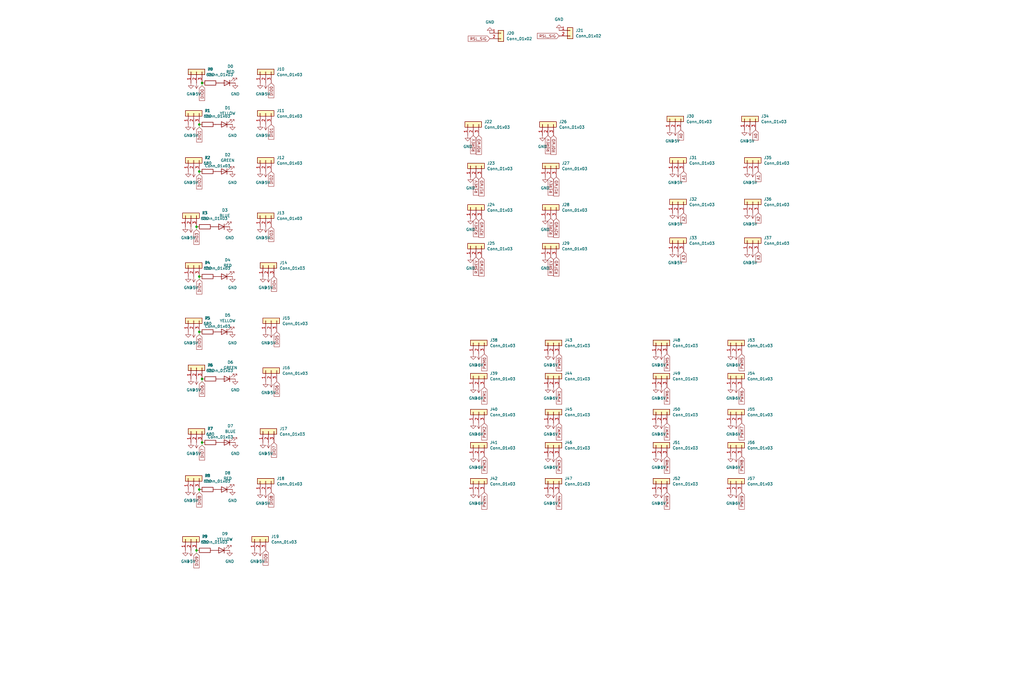
<source format=kicad_sch>
(kicad_sch (version 20211123) (generator eeschema)
  (paper "User" 469.9 317.906)
  (lib_symbols
    (symbol "Connector_Generic:Conn_01x02" (pin_names (offset 1.016) hide)
      (property "Reference" "J" (at 0 2.54 0))
      (property "Value" "Conn_01x02" (at 0 -5.08 0))
      (symbol "Conn_01x02_1_1"
        (rectangle (start -1.27 -2.413) (end 0 -2.667) (stroke (width 0.1524)))
        (rectangle (start -1.27 0.127) (end 0 -0.127) (stroke (width 0.1524)))
        (rectangle (start -1.27 1.27) (end 1.27 -3.81) (stroke (width 0.254)) (fill (type background)))
        (pin passive line (at -5.08 0 0) (length 3.81) (name "Pin_1") (number "1"))
        (pin passive line (at -5.08 -2.54 0) (length 3.81) (name "Pin_2") (number "2"))
      )
    )
    (symbol "Connector_Generic:Conn_01x03" (pin_names (offset 1.016) hide)
      (property "Reference" "J" (at 0 5.08 0))
      (property "Value" "Conn_01x03" (at 0 -5.08 0))
      (symbol "Conn_01x03_1_1"
        (rectangle (start -1.27 -2.413) (end 0 -2.667) (stroke (width 0.1524)))
        (rectangle (start -1.27 0.127) (end 0 -0.127) (stroke (width 0.1524)))
        (rectangle (start -1.27 2.667) (end 0 2.413) (stroke (width 0.1524)))
        (rectangle (start -1.27 3.81) (end 1.27 -3.81) (stroke (width 0.254)) (fill (type background)))
        (pin passive line (at -5.08 2.54 0) (length 3.81) (name "Pin_1") (number "1"))
        (pin passive line (at -5.08 0 0) (length 3.81) (name "Pin_2") (number "2"))
        (pin passive line (at -5.08 -2.54 0) (length 3.81) (name "Pin_3") (number "3"))
      )
    )
    (symbol "Device:LED" (pin_numbers hide) (pin_names (offset 1.016) hide)
      (property "Reference" "D" (at 0 2.54 0))
      (property "Value" "LED" (at 0 -2.54 0))
      (symbol "LED_0_1"
        (polyline (pts (xy -1.27 -1.27) (xy -1.27 1.27)) (stroke (width 0.254)))
        (polyline (pts (xy -1.27 0) (xy 1.27 0)))
        (polyline (pts (xy 1.27 -1.27) (xy 1.27 1.27) (xy -1.27 0) (xy 1.27 -1.27)) (stroke (width 0.254)))
        (polyline (pts (xy -3.048 -0.762) (xy -4.572 -2.286) (xy -3.81 -2.286) (xy -4.572 -2.286) (xy -4.572 -1.524)))
        (polyline (pts (xy -1.778 -0.762) (xy -3.302 -2.286) (xy -2.54 -2.286) (xy -3.302 -2.286) (xy -3.302 -1.524)))
      )
      (symbol "LED_1_1"
        (pin passive line (at -3.81 0 0) (length 2.54) (name "K") (number "1"))
        (pin passive line (at 3.81 0 180) (length 2.54) (name "A") (number "2"))
      )
    )
    (symbol "Device:R" (pin_numbers hide) (pin_names (offset 0))
      (property "Reference" "R" (at 2.032 0 90))
      (property "Value" "R" (at 0 0 90))
      (symbol "R_0_1"
        (rectangle (start -1.016 -2.54) (end 1.016 2.54) (stroke (width 0.254)))
      )
      (symbol "R_1_1"
        (pin passive line (at 0 3.81 270) (length 1.27) (name "~") (number "1"))
        (pin passive line (at 0 -3.81 90) (length 1.27) (name "~") (number "2"))
      )
    )
    (symbol "power:+5V" (power) (pin_names (offset 0))
      (property "Value" "+5V" (at 0 3.556 0))
      (symbol "+5V_0_1"
        (polyline (pts (xy -0.762 1.27) (xy 0 2.54)))
        (polyline (pts (xy 0 0) (xy 0 2.54)))
        (polyline (pts (xy 0 2.54) (xy 0.762 1.27)))
      )
      (symbol "+5V_1_1"
        (pin power_in line (at 0 0 90) (length 0) hide (name "+5V") (number "1"))
      )
    )
    (symbol "power:+6V" (power) (pin_names (offset 0))
      (property "Value" "+6V" (at 0 3.556 0))
      (symbol "+6V_0_1"
        (polyline (pts (xy -0.762 1.27) (xy 0 2.54)))
        (polyline (pts (xy 0 0) (xy 0 2.54)))
        (polyline (pts (xy 0 2.54) (xy 0.762 1.27)))
      )
      (symbol "+6V_1_1"
        (pin power_in line (at 0 0 90) (length 0) hide (name "+6V") (number "1"))
      )
    )
    (symbol "power:GND" (power) (pin_names (offset 0))
      (property "Value" "GND" (at 0 -3.81 0))
      (symbol "GND_0_1"
        (polyline (pts (xy 0 0) (xy 0 -1.27) (xy 1.27 -1.27) (xy 0 -2.54) (xy -1.27 -1.27) (xy 0 -1.27)))
      )
      (symbol "GND_1_1"
        (pin power_in line (at 0 0 270) (length 0) hide (name "GND") (number "1"))
      )
    )
  )
  (junction (at 91.44 224.79))
  (junction (at 91.44 152.4))
  (junction (at 90.17 252.73))
  (junction (at 92.71 173.99))
  (junction (at 92.71 203.2))
  (junction (at 91.44 78.74))
  (junction (at 92.71 38.1))
  (junction (at 90.17 104.14))
  (junction (at 91.44 57.15))
  (junction (at 91.44 127))
  (wire (pts (xy 91.44 58.42) (xy 91.44 57.15)))
  (wire (pts (xy 92.71 175.26) (xy 92.71 173.99)))
  (wire (pts (xy 91.44 128.27) (xy 91.44 127)))
  (wire (pts (xy 92.71 204.47) (xy 92.71 203.2)))
  (wire (pts (xy 91.44 80.01) (xy 91.44 78.74)))
  (wire (pts (xy 90.17 105.41) (xy 90.17 104.14)))
  (wire (pts (xy 91.44 226.06) (xy 91.44 224.79)))
  (wire (pts (xy 91.44 153.67) (xy 91.44 152.4)))
  (wire (pts (xy 92.71 39.37) (xy 92.71 38.1)))
  (wire (pts (xy 90.17 254) (xy 90.17 252.73)))
  (global_label "DIO8" (shape input) (at 91.44 226.06 270) (property "Intersheet References" "${INTERSHEET_REFS}" (effects hide)))
  (global_label "DIO9" (shape input) (at 121.92 252.73 270) (property "Intersheet References" "${INTERSHEET_REFS}" (effects hide)))
  (global_label "R0REV" (shape input) (at 217.17 62.23 270) (property "Intersheet References" "${INTERSHEET_REFS}" (effects hide)))
  (global_label "PWM2" (shape input) (at 222.25 194.31 270) (property "Intersheet References" "${INTERSHEET_REFS}" (effects hide)))
  (global_label "R3REV" (shape input) (at 252.73 118.11 270) (property "Intersheet References" "${INTERSHEET_REFS}" (effects hide)))
  (global_label "R1FWD" (shape input) (at 255.27 81.28 270) (property "Intersheet References" "${INTERSHEET_REFS}" (effects hide)))
  (global_label "R1REV" (shape input) (at 252.73 81.28 270) (property "Intersheet References" "${INTERSHEET_REFS}" (effects hide)))
  (global_label "PWM4" (shape input) (at 256.54 226.06 270) (property "Intersheet References" "${INTERSHEET_REFS}" (effects hide)))
  (global_label "PWM3" (shape input) (at 256.54 209.55 270) (property "Intersheet References" "${INTERSHEET_REFS}" (effects hide)))
  (global_label "DIO2" (shape input) (at 91.44 80.01 270) (property "Intersheet References" "${INTERSHEET_REFS}" (effects hide)))
  (global_label "RSL_SIG" (shape input) (at 224.79 17.78 180) (property "Intersheet References" "${INTERSHEET_REFS}" (effects hide)))
  (global_label "R1REV" (shape input) (at 218.44 81.28 270) (property "Intersheet References" "${INTERSHEET_REFS}" (effects hide)))
  (global_label "PWM1" (shape input) (at 222.25 177.8 270) (property "Intersheet References" "${INTERSHEET_REFS}" (effects hide)))
  (global_label "PWM0" (shape input) (at 256.54 162.56 270) (property "Intersheet References" "${INTERSHEET_REFS}" (effects hide)))
  (global_label "PWM8" (shape input) (at 306.07 209.55 270) (property "Intersheet References" "${INTERSHEET_REFS}" (effects hide)))
  (global_label "R2FWD" (shape input) (at 255.27 100.33 270) (property "Intersheet References" "${INTERSHEET_REFS}" (effects hide)))
  (global_label "PWM2" (shape input) (at 256.54 194.31 270) (property "Intersheet References" "${INTERSHEET_REFS}" (effects hide)))
  (global_label "DIO5" (shape input) (at 127 152.4 270) (property "Intersheet References" "${INTERSHEET_REFS}" (effects hide)))
  (global_label "A0" (shape input) (at 346.71 59.69 270) (property "Intersheet References" "${INTERSHEET_REFS}" (effects hide)))
  (global_label "DIO7" (shape input) (at 92.71 204.47 270) (property "Intersheet References" "${INTERSHEET_REFS}" (effects hide)))
  (global_label "R0REV" (shape input) (at 251.46 62.23 270) (property "Intersheet References" "${INTERSHEET_REFS}" (effects hide)))
  (global_label "A2" (shape input) (at 347.98 97.79 270) (property "Intersheet References" "${INTERSHEET_REFS}" (effects hide)))
  (global_label "R3FWD" (shape input) (at 255.27 118.11 270) (property "Intersheet References" "${INTERSHEET_REFS}" (effects hide)))
  (global_label "PWM6" (shape input) (at 306.07 177.8 270) (property "Intersheet References" "${INTERSHEET_REFS}" (effects hide)))
  (global_label "DIO2" (shape input) (at 124.46 78.74 270) (property "Intersheet References" "${INTERSHEET_REFS}" (effects hide)))
  (global_label "DIO1" (shape input) (at 91.44 58.42 270) (property "Intersheet References" "${INTERSHEET_REFS}" (effects hide)))
  (global_label "DIO6" (shape input) (at 127 175.26 270) (property "Intersheet References" "${INTERSHEET_REFS}" (effects hide)))
  (global_label "DIO4" (shape input) (at 91.44 128.27 270) (property "Intersheet References" "${INTERSHEET_REFS}" (effects hide)))
  (global_label "R1FWD" (shape input) (at 220.98 81.28 270) (property "Intersheet References" "${INTERSHEET_REFS}" (effects hide)))
  (global_label "A0" (shape input) (at 312.42 59.69 270) (property "Intersheet References" "${INTERSHEET_REFS}" (effects hide)))
  (global_label "PWM6" (shape input) (at 340.36 177.8 270) (property "Intersheet References" "${INTERSHEET_REFS}" (effects hide)))
  (global_label "DIO4" (shape input) (at 125.73 127 270) (property "Intersheet References" "${INTERSHEET_REFS}" (effects hide)))
  (global_label "DIO0" (shape input) (at 92.71 39.37 270) (property "Intersheet References" "${INTERSHEET_REFS}" (effects hide)))
  (global_label "R0FWD" (shape input) (at 254 62.23 270) (property "Intersheet References" "${INTERSHEET_REFS}" (effects hide)))
  (global_label "DIO0" (shape input) (at 124.46 38.1 270) (property "Intersheet References" "${INTERSHEET_REFS}" (effects hide)))
  (global_label "R2REV" (shape input) (at 218.44 100.33 270) (property "Intersheet References" "${INTERSHEET_REFS}" (effects hide)))
  (global_label "DIO3" (shape input) (at 90.17 105.41 270) (property "Intersheet References" "${INTERSHEET_REFS}" (effects hide)))
  (global_label "R3REV" (shape input) (at 218.44 118.11 270) (property "Intersheet References" "${INTERSHEET_REFS}" (effects hide)))
  (global_label "R2REV" (shape input) (at 252.73 100.33 270) (property "Intersheet References" "${INTERSHEET_REFS}" (effects hide)))
  (global_label "A1" (shape input) (at 347.98 78.74 270) (property "Intersheet References" "${INTERSHEET_REFS}" (effects hide)))
  (global_label "PWM7" (shape input) (at 340.36 194.31 270) (property "Intersheet References" "${INTERSHEET_REFS}" (effects hide)))
  (global_label "PWM9" (shape input) (at 340.36 226.06 270) (property "Intersheet References" "${INTERSHEET_REFS}" (effects hide)))
  (global_label "DIO7" (shape input) (at 125.73 203.2 270) (property "Intersheet References" "${INTERSHEET_REFS}" (effects hide)))
  (global_label "R3FWD" (shape input) (at 220.98 118.11 270) (property "Intersheet References" "${INTERSHEET_REFS}" (effects hide)))
  (global_label "DIO1" (shape input) (at 124.46 57.15 270) (property "Intersheet References" "${INTERSHEET_REFS}" (effects hide)))
  (global_label "RSL_SIG" (shape input) (at 256.54 16.51 180) (property "Intersheet References" "${INTERSHEET_REFS}" (effects hide)))
  (global_label "A2" (shape input) (at 313.69 97.79 270) (property "Intersheet References" "${INTERSHEET_REFS}" (effects hide)))
  (global_label "DIO6" (shape input) (at 92.71 175.26 270) (property "Intersheet References" "${INTERSHEET_REFS}" (effects hide)))
  (global_label "A1" (shape input) (at 313.69 78.74 270) (property "Intersheet References" "${INTERSHEET_REFS}" (effects hide)))
  (global_label "R0FWD" (shape input) (at 219.71 62.23 270) (property "Intersheet References" "${INTERSHEET_REFS}" (effects hide)))
  (global_label "PWM5" (shape input) (at 306.07 162.56 270) (property "Intersheet References" "${INTERSHEET_REFS}" (effects hide)))
  (global_label "A3" (shape input) (at 313.69 115.57 270) (property "Intersheet References" "${INTERSHEET_REFS}" (effects hide)))
  (global_label "PWM4" (shape input) (at 222.25 226.06 270) (property "Intersheet References" "${INTERSHEET_REFS}" (effects hide)))
  (global_label "DIO5" (shape input) (at 91.44 153.67 270) (property "Intersheet References" "${INTERSHEET_REFS}" (effects hide)))
  (global_label "PWM0" (shape input) (at 222.25 162.56 270) (property "Intersheet References" "${INTERSHEET_REFS}" (effects hide)))
  (global_label "DIO3" (shape input) (at 124.46 104.14 270) (property "Intersheet References" "${INTERSHEET_REFS}" (effects hide)))
  (global_label "PWM9" (shape input) (at 306.07 226.06 270) (property "Intersheet References" "${INTERSHEET_REFS}" (effects hide)))
  (global_label "PWM8" (shape input) (at 340.36 209.55 270) (property "Intersheet References" "${INTERSHEET_REFS}" (effects hide)))
  (global_label "R2FWD" (shape input) (at 220.98 100.33 270) (property "Intersheet References" "${INTERSHEET_REFS}" (effects hide)))
  (global_label "A3" (shape input) (at 347.98 115.57 270) (property "Intersheet References" "${INTERSHEET_REFS}" (effects hide)))
  (global_label "DIO9" (shape input) (at 90.17 254 270) (property "Intersheet References" "${INTERSHEET_REFS}" (effects hide)))
  (global_label "PWM5" (shape input) (at 340.36 162.56 270) (property "Intersheet References" "${INTERSHEET_REFS}" (effects hide)))
  (global_label "DIO8" (shape input) (at 124.46 226.06 270) (property "Intersheet References" "${INTERSHEET_REFS}" (effects hide)))
  (global_label "PWM1" (shape input) (at 256.54 177.8 270) (property "Intersheet References" "${INTERSHEET_REFS}" (effects hide)))
  (global_label "PWM3" (shape input) (at 222.25 209.55 270) (property "Intersheet References" "${INTERSHEET_REFS}" (effects hide)))
  (global_label "PWM7" (shape input) (at 306.07 194.31 270) (property "Intersheet References" "${INTERSHEET_REFS}" (effects hide)))
  (symbol (lib_id "power:GND") (at 106.68 78.74 0) (unit 1)
    (property "Reference" "#PWR0102" (effects hide))
    (property "Value" "GND" (at 106.68 83.82 0))
  )
  (symbol (lib_id "power:+5V") (at 90.17 173.99 180) (unit 1)
    (property "Reference" "#PWR0121" (effects hide))
    (property "Value" "+5V" (at 90.17 179.07 0))
  )
  (symbol (lib_id "power:GND") (at 116.84 252.73 0) (unit 1)
    (property "Reference" "#PWR0145" (effects hide))
    (property "Value" "GND" (at 116.84 257.81 0))
  )
  (symbol (lib_id "power:GND") (at 307.34 59.69 0) (unit 1)
    (property "Reference" "#PWR03" (effects hide))
    (property "Value" "GND" (at 307.34 64.77 0))
  )
  (symbol (lib_id "power:GND") (at 120.65 127 0) (unit 1)
    (property "Reference" "#PWR0140" (effects hide))
    (property "Value" "GND" (at 120.65 132.08 0))
  )
  (symbol (lib_id "power:+5V") (at 90.17 203.2 180) (unit 1)
    (property "Reference" "#PWR0125" (effects hide))
    (property "Value" "+5V" (at 90.17 208.28 0))
  )
  (symbol (lib_id "power:+5V") (at 121.92 78.74 180) (unit 1)
    (property "Reference" "#PWR0131" (effects hide))
    (property "Value" "+5V" (at 121.92 83.82 0))
  )
  (symbol (lib_id "Connector_Generic:Conn_01x03") (at 219.71 157.48 90) (unit 1)
    (property "Reference" "J38" (at 224.79 156.2099 90) (effects (justify right)))
    (property "Value" "Conn_01x03" (at 224.79 158.7499 90) (effects (justify right)))
    (property "Footprint" "Connector_PinSocket_2.54mm:PinSocket_1x03_P2.54mm_Vertical" (effects hide))
  )
  (symbol (lib_id "power:+6V") (at 254 177.8 180) (unit 1)
    (property "Reference" "#PWR0157" (effects hide))
    (property "Value" "+6V" (at 254 182.88 0))
  )
  (symbol (lib_id "Connector_Generic:Conn_01x03") (at 303.53 157.48 90) (unit 1)
    (property "Reference" "J48" (at 308.61 156.2099 90) (effects (justify right)))
    (property "Value" "Conn_01x03" (at 308.61 158.7499 90) (effects (justify right)))
    (property "Footprint" "Connector_PinSocket_2.54mm:PinSocket_1x03_P2.54mm_Vertical" (effects hide))
  )
  (symbol (lib_id "Connector_Generic:Conn_01x03") (at 337.82 172.72 90) (unit 1)
    (property "Reference" "J54" (at 342.9 171.4499 90) (effects (justify right)))
    (property "Value" "Conn_01x03" (at 342.9 173.9899 90) (effects (justify right)))
    (property "Footprint" "Connector_JST:JST_XH_B3B-XH-A_1x03_P2.50mm_Vertical" (effects hide))
  )
  (symbol (lib_id "power:+5V") (at 121.92 57.15 180) (unit 1)
    (property "Reference" "#PWR0136" (effects hide))
    (property "Value" "+5V" (at 121.92 62.23 0))
  )
  (symbol (lib_id "power:+5V") (at 311.15 115.57 180) (unit 1)
    (property "Reference" "#PWR010" (effects hide))
    (property "Value" "+5V" (at 311.15 120.65 0))
  )
  (symbol (lib_id "power:+6V") (at 254 162.56 180) (unit 1)
    (property "Reference" "#PWR0177" (effects hide))
    (property "Value" "+6V" (at 254 167.64 0))
  )
  (symbol (lib_id "power:+6V") (at 219.71 177.8 180) (unit 1)
    (property "Reference" "#PWR0175" (effects hide))
    (property "Value" "+6V" (at 219.71 182.88 0))
  )
  (symbol (lib_id "Connector_Generic:Conn_01x03") (at 345.44 110.49 90) (unit 1)
    (property "Reference" "J37" (at 350.52 109.2199 90) (effects (justify right)))
    (property "Value" "Conn_01x03" (at 350.52 111.7599 90) (effects (justify right)))
    (property "Footprint" "Connector_JST:JST_XH_B3B-XH-A_1x03_P2.50mm_Vertical" (effects hide))
  )
  (symbol (lib_id "Connector_Generic:Conn_01x03") (at 303.53 220.98 90) (unit 1)
    (property "Reference" "J52" (at 308.61 219.7099 90) (effects (justify right)))
    (property "Value" "Conn_01x03" (at 308.61 222.2499 90) (effects (justify right)))
    (property "Footprint" "Connector_PinSocket_2.54mm:PinSocket_1x03_P2.54mm_Vertical" (effects hide))
  )
  (symbol (lib_id "power:GND") (at 251.46 226.06 0) (unit 1)
    (property "Reference" "#PWR0167" (effects hide))
    (property "Value" "GND" (at 251.46 231.14 0))
  )
  (symbol (lib_id "Device:LED") (at 102.87 127 180) (unit 1)
    (property "Reference" "D4" (at 104.4575 119.38 0))
    (property "Value" "RED" (at 104.4575 121.92 0))
    (property "Footprint" "LED_SMD:LED_0603_1608Metric" (effects hide))
  )
  (symbol (lib_id "power:GND") (at 87.63 38.1 0) (unit 1)
    (property "Reference" "#PWR0106" (effects hide))
    (property "Value" "GND" (at 87.63 43.18 0))
  )
  (symbol (lib_id "power:+6V") (at 337.82 226.06 180) (unit 1)
    (property "Reference" "#PWR0196" (effects hide))
    (property "Value" "+6V" (at 337.82 231.14 0))
  )
  (symbol (lib_id "power:GND") (at 121.92 152.4 0) (unit 1)
    (property "Reference" "#PWR0138" (effects hide))
    (property "Value" "GND" (at 121.92 157.48 0))
  )
  (symbol (lib_id "power:+5V") (at 123.19 203.2 180) (unit 1)
    (property "Reference" "#PWR0149" (effects hide))
    (property "Value" "+5V" (at 123.19 208.28 0))
  )
  (symbol (lib_id "Connector_Generic:Conn_01x03") (at 337.82 220.98 90) (unit 1)
    (property "Reference" "J57" (at 342.9 219.7099 90) (effects (justify right)))
    (property "Value" "Conn_01x03" (at 342.9 222.2499 90) (effects (justify right)))
    (property "Footprint" "Connector_JST:JST_XH_B3B-XH-A_1x03_P2.50mm_Vertical" (effects hide))
  )
  (symbol (lib_id "power:GND") (at 86.36 127 0) (unit 1)
    (property "Reference" "#PWR0111" (effects hide))
    (property "Value" "GND" (at 86.36 132.08 0))
  )
  (symbol (lib_id "Device:R") (at 93.98 104.14 90) (unit 1)
    (property "Reference" "R3" (at 93.98 97.79 90))
    (property "Value" "680" (at 93.98 100.33 90))
    (property "Footprint" "Resistor_SMD:R_0603_1608Metric" (effects hide))
  )
  (symbol (lib_id "Connector_Generic:Conn_01x03") (at 218.44 95.25 90) (unit 1)
    (property "Reference" "J24" (at 223.52 93.9799 90) (effects (justify right)))
    (property "Value" "Conn_01x03" (at 223.52 96.5199 90) (effects (justify right)))
    (property "Footprint" "Connector_PinSocket_2.54mm:PinSocket_1x03_P2.54mm_Vertical" (effects hide))
  )
  (symbol (lib_id "power:+5V") (at 309.88 59.69 180) (unit 1)
    (property "Reference" "#PWR07" (effects hide))
    (property "Value" "+5V" (at 309.88 64.77 0))
  )
  (symbol (lib_id "power:GND") (at 256.54 13.97 180) (unit 1)
    (property "Reference" "#PWR02" (effects hide))
    (property "Value" "GND" (at 256.54 8.89 0))
  )
  (symbol (lib_id "Device:LED") (at 104.14 203.2 180) (unit 1)
    (property "Reference" "D7" (at 105.7275 195.58 0))
    (property "Value" "BLUE" (at 105.7275 198.12 0))
    (property "Footprint" "LED_SMD:LED_0603_1608Metric" (effects hide))
  )
  (symbol (lib_id "Device:R") (at 95.25 152.4 90) (unit 1)
    (property "Reference" "R5" (at 95.25 146.05 90))
    (property "Value" "680" (at 95.25 148.59 90))
    (property "Footprint" "Resistor_SMD:R_0603_1608Metric" (effects hide))
  )
  (symbol (lib_id "Device:R") (at 95.25 78.74 90) (unit 1)
    (property "Reference" "R2" (at 95.25 72.39 90))
    (property "Value" "680" (at 95.25 74.93 90))
    (property "Footprint" "Resistor_SMD:R_0603_1608Metric" (effects hide))
  )
  (symbol (lib_id "power:GND") (at 250.19 118.11 0) (unit 1)
    (property "Reference" "#PWR0158" (effects hide))
    (property "Value" "GND" (at 250.19 123.19 0))
  )
  (symbol (lib_id "Connector_Generic:Conn_01x03") (at 303.53 204.47 90) (unit 1)
    (property "Reference" "J51" (at 308.61 203.1999 90) (effects (justify right)))
    (property "Value" "Conn_01x03" (at 308.61 205.7399 90) (effects (justify right)))
    (property "Footprint" "Connector_PinSocket_2.54mm:PinSocket_1x03_P2.54mm_Vertical" (effects hide))
  )
  (symbol (lib_id "power:GND") (at 106.68 152.4 0) (unit 1)
    (property "Reference" "#PWR0120" (effects hide))
    (property "Value" "GND" (at 106.68 157.48 0))
  )
  (symbol (lib_id "Connector_Generic:Conn_01x03") (at 90.17 198.12 90) (unit 1)
    (property "Reference" "J7" (at 95.25 196.8499 90) (effects (justify right)))
    (property "Value" "Conn_01x03" (at 95.25 200.6599 90) (effects (justify right)))
    (property "Footprint" "Connector_PinSocket_2.54mm:PinSocket_1x03_P2.54mm_Vertical" (effects hide))
  )
  (symbol (lib_id "power:GND") (at 342.9 78.74 0) (unit 1)
    (property "Reference" "#PWR012" (effects hide))
    (property "Value" "GND" (at 342.9 83.82 0))
  )
  (symbol (lib_id "power:GND") (at 119.38 104.14 0) (unit 1)
    (property "Reference" "#PWR0141" (effects hide))
    (property "Value" "GND" (at 119.38 109.22 0))
  )
  (symbol (lib_id "power:+5V") (at 87.63 104.14 180) (unit 1)
    (property "Reference" "#PWR0109" (effects hide))
    (property "Value" "+5V" (at 87.63 109.22 0))
  )
  (symbol (lib_id "Device:R") (at 95.25 127 90) (unit 1)
    (property "Reference" "R4" (at 95.25 120.65 90))
    (property "Value" "680" (at 95.25 123.19 90))
    (property "Footprint" "Resistor_SMD:R_0603_1608Metric" (effects hide))
  )
  (symbol (lib_id "power:GND") (at 215.9 81.28 0) (unit 1)
    (property "Reference" "#PWR0159" (effects hide))
    (property "Value" "GND" (at 215.9 86.36 0))
  )
  (symbol (lib_id "power:+5V") (at 124.46 175.26 180) (unit 1)
    (property "Reference" "#PWR0148" (effects hide))
    (property "Value" "+5V" (at 124.46 180.34 0))
  )
  (symbol (lib_id "power:GND") (at 86.36 224.79 0) (unit 1)
    (property "Reference" "#PWR0128" (effects hide))
    (property "Value" "GND" (at 86.36 229.87 0))
  )
  (symbol (lib_id "power:+5V") (at 311.15 78.74 180) (unit 1)
    (property "Reference" "#PWR08" (effects hide))
    (property "Value" "+5V" (at 311.15 83.82 0))
  )
  (symbol (lib_id "Connector_Generic:Conn_01x02") (at 229.87 15.24 0) (unit 1)
    (property "Reference" "J20" (at 232.41 15.2399 0) (effects (justify left)))
    (property "Value" "Conn_01x02" (at 232.41 17.7799 0) (effects (justify left)))
    (property "Footprint" "Connector_PinSocket_2.54mm:PinSocket_1x02_P2.54mm_Vertical" (effects hide))
  )
  (symbol (lib_id "Connector_Generic:Conn_01x03") (at 124.46 170.18 90) (unit 1)
    (property "Reference" "J16" (at 129.54 168.9099 90) (effects (justify right)))
    (property "Value" "Conn_01x03" (at 129.54 171.4499 90) (effects (justify right)))
    (property "Footprint" "Connector_JST:JST_XH_B3B-XH-A_1x03_P2.50mm_Vertical" (effects hide))
  )
  (symbol (lib_id "power:+6V") (at 219.71 226.06 180) (unit 1)
    (property "Reference" "#PWR0171" (effects hide))
    (property "Value" "+6V" (at 219.71 231.14 0))
  )
  (symbol (lib_id "Connector_Generic:Conn_01x03") (at 345.44 92.71 90) (unit 1)
    (property "Reference" "J36" (at 350.52 91.4399 90) (effects (justify right)))
    (property "Value" "Conn_01x03" (at 350.52 93.9799 90) (effects (justify right)))
    (property "Footprint" "Connector_JST:JST_XH_B3B-XH-A_1x03_P2.50mm_Vertical" (effects hide))
  )
  (symbol (lib_id "Connector_Generic:Conn_01x03") (at 303.53 172.72 90) (unit 1)
    (property "Reference" "J49" (at 308.61 171.4499 90) (effects (justify right)))
    (property "Value" "Conn_01x03" (at 308.61 173.9899 90) (effects (justify right)))
    (property "Footprint" "Connector_PinSocket_2.54mm:PinSocket_1x03_P2.54mm_Vertical" (effects hide))
  )
  (symbol (lib_id "Connector_Generic:Conn_01x03") (at 311.15 92.71 90) (unit 1)
    (property "Reference" "J32" (at 316.23 91.4399 90) (effects (justify right)))
    (property "Value" "Conn_01x03" (at 316.23 93.9799 90) (effects (justify right)))
    (property "Footprint" "Connector_PinSocket_2.54mm:PinSocket_1x03_P2.54mm_Vertical" (effects hide))
  )
  (symbol (lib_id "power:GND") (at 217.17 162.56 0) (unit 1)
    (property "Reference" "#PWR0174" (effects hide))
    (property "Value" "GND" (at 217.17 167.64 0))
  )
  (symbol (lib_id "Device:LED") (at 101.6 252.73 180) (unit 1)
    (property "Reference" "D9" (at 103.1875 245.11 0))
    (property "Value" "YELLOW" (at 103.1875 247.65 0))
    (property "Footprint" "LED_SMD:LED_0603_1608Metric" (effects hide))
  )
  (symbol (lib_id "power:GND") (at 105.41 104.14 0) (unit 1)
    (property "Reference" "#PWR0122" (effects hide))
    (property "Value" "GND" (at 105.41 109.22 0))
  )
  (symbol (lib_id "Connector_Generic:Conn_01x03") (at 119.38 247.65 90) (unit 1)
    (property "Reference" "J19" (at 124.46 246.3799 90) (effects (justify right)))
    (property "Value" "Conn_01x03" (at 124.46 248.9199 90) (effects (justify right)))
    (property "Footprint" "Connector_JST:JST_XH_B3B-XH-A_1x03_P2.50mm_Vertical" (effects hide))
  )
  (symbol (lib_id "power:GND") (at 342.9 115.57 0) (unit 1)
    (property "Reference" "#PWR014" (effects hide))
    (property "Value" "GND" (at 342.9 120.65 0))
  )
  (symbol (lib_id "Device:LED") (at 101.6 104.14 180) (unit 1)
    (property "Reference" "D3" (at 103.1875 96.52 0))
    (property "Value" "BLUE" (at 103.1875 99.06 0))
    (property "Footprint" "LED_SMD:LED_0603_1608Metric" (effects hide))
  )
  (symbol (lib_id "power:+6V") (at 303.53 194.31 180) (unit 1)
    (property "Reference" "#PWR0197" (effects hide))
    (property "Value" "+6V" (at 303.53 199.39 0))
  )
  (symbol (lib_id "power:+5V") (at 121.92 226.06 180) (unit 1)
    (property "Reference" "#PWR0143" (effects hide))
    (property "Value" "+5V" (at 121.92 231.14 0))
  )
  (symbol (lib_id "Connector_Generic:Conn_01x03") (at 337.82 204.47 90) (unit 1)
    (property "Reference" "J56" (at 342.9 203.1999 90) (effects (justify right)))
    (property "Value" "Conn_01x03" (at 342.9 205.7399 90) (effects (justify right)))
    (property "Footprint" "Connector_JST:JST_XH_B3B-XH-A_1x03_P2.50mm_Vertical" (effects hide))
  )
  (symbol (lib_id "power:GND") (at 87.63 203.2 0) (unit 1)
    (property "Reference" "#PWR0115" (effects hide))
    (property "Value" "GND" (at 87.63 208.28 0))
  )
  (symbol (lib_id "Connector_Generic:Conn_01x03") (at 254 204.47 90) (unit 1)
    (property "Reference" "J46" (at 259.08 203.1999 90) (effects (justify right)))
    (property "Value" "Conn_01x03" (at 259.08 205.7399 90) (effects (justify right)))
    (property "Footprint" "Connector_JST:JST_XH_B3B-XH-A_1x03_P2.50mm_Vertical" (effects hide))
  )
  (symbol (lib_id "Connector_Generic:Conn_01x03") (at 254 157.48 90) (unit 1)
    (property "Reference" "J43" (at 259.08 156.2099 90) (effects (justify right)))
    (property "Value" "Conn_01x03" (at 259.08 158.7499 90) (effects (justify right)))
    (property "Footprint" "Connector_JST:JST_XH_B3B-XH-A_1x03_P2.50mm_Vertical" (effects hide))
  )
  (symbol (lib_id "power:+6V") (at 254 226.06 180) (unit 1)
    (property "Reference" "#PWR0166" (effects hide))
    (property "Value" "+6V" (at 254 231.14 0))
  )
  (symbol (lib_id "Connector_Generic:Conn_01x03") (at 121.92 73.66 90) (unit 1)
    (property "Reference" "J12" (at 127 72.3899 90) (effects (justify right)))
    (property "Value" "Conn_01x03" (at 127 74.9299 90) (effects (justify right)))
    (property "Footprint" "Connector_JST:JST_XH_B3B-XH-A_1x03_P2.50mm_Vertical" (effects hide))
  )
  (symbol (lib_id "power:GND") (at 251.46 177.8 0) (unit 1)
    (property "Reference" "#PWR0156" (effects hide))
    (property "Value" "GND" (at 251.46 182.88 0))
  )
  (symbol (lib_id "power:GND") (at 300.99 209.55 0) (unit 1)
    (property "Reference" "#PWR0179" (effects hide))
    (property "Value" "GND" (at 300.99 214.63 0))
  )
  (symbol (lib_id "power:GND") (at 308.61 78.74 0) (unit 1)
    (property "Reference" "#PWR04" (effects hide))
    (property "Value" "GND" (at 308.61 83.82 0))
  )
  (symbol (lib_id "Connector_Generic:Conn_01x03") (at 251.46 57.15 90) (unit 1)
    (property "Reference" "J26" (at 256.54 55.8799 90) (effects (justify right)))
    (property "Value" "Conn_01x03" (at 256.54 58.4199 90) (effects (justify right)))
    (property "Footprint" "Connector_JST:JST_XH_B3B-XH-A_1x03_P2.50mm_Vertical" (effects hide))
  )
  (symbol (lib_id "power:GND") (at 217.17 177.8 0) (unit 1)
    (property "Reference" "#PWR0176" (effects hide))
    (property "Value" "GND" (at 217.17 182.88 0))
  )
  (symbol (lib_id "Connector_Generic:Conn_01x03") (at 337.82 189.23 90) (unit 1)
    (property "Reference" "J55" (at 342.9 187.9599 90) (effects (justify right)))
    (property "Value" "Conn_01x03" (at 342.9 190.4999 90) (effects (justify right)))
    (property "Footprint" "Connector_JST:JST_XH_B3B-XH-A_1x03_P2.50mm_Vertical" (effects hide))
  )
  (symbol (lib_id "Device:LED") (at 102.87 78.74 180) (unit 1)
    (property "Reference" "D2" (at 104.4575 71.12 0))
    (property "Value" "GREEN" (at 104.4575 73.66 0))
    (property "Footprint" "LED_SMD:LED_0603_1608Metric" (effects hide))
  )
  (symbol (lib_id "Connector_Generic:Conn_01x03") (at 254 172.72 90) (unit 1)
    (property "Reference" "J44" (at 259.08 171.4499 90) (effects (justify right)))
    (property "Value" "Conn_01x03" (at 259.08 173.9899 90) (effects (justify right)))
    (property "Footprint" "Connector_JST:JST_XH_B3B-XH-A_1x03_P2.50mm_Vertical" (effects hide))
  )
  (symbol (lib_id "power:GND") (at 85.09 104.14 0) (unit 1)
    (property "Reference" "#PWR0110" (effects hide))
    (property "Value" "GND" (at 85.09 109.22 0))
  )
  (symbol (lib_id "power:+5V") (at 121.92 38.1 180) (unit 1)
    (property "Reference" "#PWR0133" (effects hide))
    (property "Value" "+5V" (at 121.92 43.18 0))
  )
  (symbol (lib_id "power:GND") (at 86.36 78.74 0) (unit 1)
    (property "Reference" "#PWR0104" (effects hide))
    (property "Value" "GND" (at 86.36 83.82 0))
  )
  (symbol (lib_id "Connector_Generic:Conn_01x03") (at 254 189.23 90) (unit 1)
    (property "Reference" "J45" (at 259.08 187.9599 90) (effects (justify right)))
    (property "Value" "Conn_01x03" (at 259.08 190.4999 90) (effects (justify right)))
    (property "Footprint" "Connector_JST:JST_XH_B3B-XH-A_1x03_P2.50mm_Vertical" (effects hide))
  )
  (symbol (lib_id "Connector_Generic:Conn_01x03") (at 303.53 189.23 90) (unit 1)
    (property "Reference" "J50" (at 308.61 187.9599 90) (effects (justify right)))
    (property "Value" "Conn_01x03" (at 308.61 190.4999 90) (effects (justify right)))
    (property "Footprint" "Connector_PinSocket_2.54mm:PinSocket_1x03_P2.54mm_Vertical" (effects hide))
  )
  (symbol (lib_id "Connector_Generic:Conn_01x03") (at 311.15 110.49 90) (unit 1)
    (property "Reference" "J33" (at 316.23 109.2199 90) (effects (justify right)))
    (property "Value" "Conn_01x03" (at 316.23 111.7599 90) (effects (justify right)))
    (property "Footprint" "Connector_PinSocket_2.54mm:PinSocket_1x03_P2.54mm_Vertical" (effects hide))
  )
  (symbol (lib_id "power:GND") (at 335.28 162.56 0) (unit 1)
    (property "Reference" "#PWR0183" (effects hide))
    (property "Value" "GND" (at 335.28 167.64 0))
  )
  (symbol (lib_id "power:GND") (at 335.28 226.06 0) (unit 1)
    (property "Reference" "#PWR0195" (effects hide))
    (property "Value" "GND" (at 335.28 231.14 0))
  )
  (symbol (lib_id "Connector_Generic:Conn_01x03") (at 121.92 52.07 90) (unit 1)
    (property "Reference" "J11" (at 127 50.7999 90) (effects (justify right)))
    (property "Value" "Conn_01x03" (at 127 53.3399 90) (effects (justify right)))
    (property "Footprint" "Connector_JST:JST_XH_B3B-XH-A_1x03_P2.50mm_Vertical" (effects hide))
  )
  (symbol (lib_id "power:+5V") (at 345.44 115.57 180) (unit 1)
    (property "Reference" "#PWR018" (effects hide))
    (property "Value" "+5V" (at 345.44 120.65 0))
  )
  (symbol (lib_id "power:GND") (at 120.65 203.2 0) (unit 1)
    (property "Reference" "#PWR0150" (effects hide))
    (property "Value" "GND" (at 120.65 208.28 0))
  )
  (symbol (lib_id "power:GND") (at 308.61 115.57 0) (unit 1)
    (property "Reference" "#PWR06" (effects hide))
    (property "Value" "GND" (at 308.61 120.65 0))
  )
  (symbol (lib_id "Connector_Generic:Conn_01x02") (at 261.62 13.97 0) (unit 1)
    (property "Reference" "J21" (at 264.16 13.9699 0) (effects (justify left)))
    (property "Value" "Conn_01x02" (at 264.16 16.5099 0) (effects (justify left)))
    (property "Footprint" "Connector_JST:JST_XH_B2B-XH-A_1x02_P2.50mm_Vertical" (effects hide))
  )
  (symbol (lib_id "power:GND") (at 251.46 162.56 0) (unit 1)
    (property "Reference" "#PWR0178" (effects hide))
    (property "Value" "GND" (at 251.46 167.64 0))
  )
  (symbol (lib_id "Connector_Generic:Conn_01x03") (at 121.92 33.02 90) (unit 1)
    (property "Reference" "J10" (at 127 31.7499 90) (effects (justify right)))
    (property "Value" "Conn_01x03" (at 127 34.2899 90) (effects (justify right)))
    (property "Footprint" "Connector_JST:JST_XH_B3B-XH-A_1x03_P2.50mm_Vertical" (effects hide))
  )
  (symbol (lib_id "Connector_Generic:Conn_01x03") (at 124.46 147.32 90) (unit 1)
    (property "Reference" "J15" (at 129.54 146.0499 90) (effects (justify right)))
    (property "Value" "Conn_01x03" (at 129.54 148.5899 90) (effects (justify right)))
    (property "Footprint" "Connector_JST:JST_XH_B3B-XH-A_1x03_P2.50mm_Vertical" (effects hide))
  )
  (symbol (lib_id "power:+5V") (at 88.9 78.74 180) (unit 1)
    (property "Reference" "#PWR0103" (effects hide))
    (property "Value" "+5V" (at 88.9 83.82 0))
  )
  (symbol (lib_id "power:GND") (at 214.63 62.23 0) (unit 1)
    (property "Reference" "#PWR0161" (effects hide))
    (property "Value" "GND" (at 214.63 67.31 0))
  )
  (symbol (lib_id "power:+6V") (at 337.82 194.31 180) (unit 1)
    (property "Reference" "#PWR0192" (effects hide))
    (property "Value" "+6V" (at 337.82 199.39 0))
  )
  (symbol (lib_id "power:GND") (at 342.9 97.79 0) (unit 1)
    (property "Reference" "#PWR013" (effects hide))
    (property "Value" "GND" (at 342.9 102.87 0))
  )
  (symbol (lib_id "power:GND") (at 119.38 226.06 0) (unit 1)
    (property "Reference" "#PWR0144" (effects hide))
    (property "Value" "GND" (at 119.38 231.14 0))
  )
  (symbol (lib_id "power:GND") (at 119.38 57.15 0) (unit 1)
    (property "Reference" "#PWR0134" (effects hide))
    (property "Value" "GND" (at 119.38 62.23 0))
  )
  (symbol (lib_id "power:+6V") (at 254 194.31 180) (unit 1)
    (property "Reference" "#PWR0154" (effects hide))
    (property "Value" "+6V" (at 254 199.39 0))
  )
  (symbol (lib_id "power:+5V") (at 345.44 97.79 180) (unit 1)
    (property "Reference" "#PWR017" (effects hide))
    (property "Value" "+5V" (at 345.44 102.87 0))
  )
  (symbol (lib_id "Connector_Generic:Conn_01x03") (at 87.63 99.06 90) (unit 1)
    (property "Reference" "J3" (at 92.71 97.7899 90) (effects (justify right)))
    (property "Value" "Conn_01x03" (at 92.71 100.3299 90) (effects (justify right)))
    (property "Footprint" "Connector_PinSocket_2.54mm:PinSocket_1x03_P2.54mm_Vertical" (effects hide))
  )
  (symbol (lib_id "Device:LED") (at 104.14 173.99 180) (unit 1)
    (property "Reference" "D6" (at 105.7275 166.37 0))
    (property "Value" "GREEN" (at 105.7275 168.91 0))
    (property "Footprint" "LED_SMD:LED_0603_1608Metric" (effects hide))
  )
  (symbol (lib_id "Device:LED") (at 102.87 57.15 180) (unit 1)
    (property "Reference" "D1" (at 104.4575 49.53 0))
    (property "Value" "YELLOW" (at 104.4575 52.07 0))
    (property "Footprint" "LED_SMD:LED_0603_1608Metric" (effects hide))
  )
  (symbol (lib_id "power:+5V") (at 345.44 78.74 180) (unit 1)
    (property "Reference" "#PWR016" (effects hide))
    (property "Value" "+5V" (at 345.44 83.82 0))
  )
  (symbol (lib_id "power:GND") (at 250.19 81.28 0) (unit 1)
    (property "Reference" "#PWR0164" (effects hide))
    (property "Value" "GND" (at 250.19 86.36 0))
  )
  (symbol (lib_id "power:+6V") (at 303.53 177.8 180) (unit 1)
    (property "Reference" "#PWR0188" (effects hide))
    (property "Value" "+6V" (at 303.53 182.88 0))
  )
  (symbol (lib_id "Connector_Generic:Conn_01x03") (at 344.17 54.61 90) (unit 1)
    (property "Reference" "J34" (at 349.25 53.3399 90) (effects (justify right)))
    (property "Value" "Conn_01x03" (at 349.25 55.8799 90) (effects (justify right)))
    (property "Footprint" "Connector_JST:JST_XH_B3B-XH-A_1x03_P2.50mm_Vertical" (effects hide))
  )
  (symbol (lib_id "Connector_Generic:Conn_01x03") (at 252.73 76.2 90) (unit 1)
    (property "Reference" "J27" (at 257.81 74.9299 90) (effects (justify right)))
    (property "Value" "Conn_01x03" (at 257.81 77.4699 90) (effects (justify right)))
    (property "Footprint" "Connector_JST:JST_XH_B3B-XH-A_1x03_P2.50mm_Vertical" (effects hide))
  )
  (symbol (lib_id "power:GND") (at 119.38 78.74 0) (unit 1)
    (property "Reference" "#PWR0135" (effects hide))
    (property "Value" "GND" (at 119.38 83.82 0))
  )
  (symbol (lib_id "power:GND") (at 106.68 224.79 0) (unit 1)
    (property "Reference" "#PWR0126" (effects hide))
    (property "Value" "GND" (at 106.68 229.87 0))
  )
  (symbol (lib_id "power:GND") (at 217.17 194.31 0) (unit 1)
    (property "Reference" "#PWR0160" (effects hide))
    (property "Value" "GND" (at 217.17 199.39 0))
  )
  (symbol (lib_id "power:+6V") (at 219.71 209.55 180) (unit 1)
    (property "Reference" "#PWR0170" (effects hide))
    (property "Value" "+6V" (at 219.71 214.63 0))
  )
  (symbol (lib_id "power:GND") (at 106.68 57.15 0) (unit 1)
    (property "Reference" "#PWR0101" (effects hide))
    (property "Value" "GND" (at 106.68 62.23 0))
  )
  (symbol (lib_id "power:GND") (at 107.95 203.2 0) (unit 1)
    (property "Reference" "#PWR0118" (effects hide))
    (property "Value" "GND" (at 107.95 208.28 0))
  )
  (symbol (lib_id "power:+5V") (at 88.9 224.79 180) (unit 1)
    (property "Reference" "#PWR0127" (effects hide))
    (property "Value" "+5V" (at 88.9 229.87 0))
  )
  (symbol (lib_id "power:+5V") (at 123.19 127 180) (unit 1)
    (property "Reference" "#PWR0137" (effects hide))
    (property "Value" "+5V" (at 123.19 132.08 0))
  )
  (symbol (lib_id "Device:R") (at 95.25 224.79 90) (unit 1)
    (property "Reference" "R8" (at 95.25 218.44 90))
    (property "Value" "680" (at 95.25 220.98 90))
    (property "Footprint" "Resistor_SMD:R_0603_1608Metric" (effects hide))
  )
  (symbol (lib_id "Connector_Generic:Conn_01x03") (at 345.44 73.66 90) (unit 1)
    (property "Reference" "J35" (at 350.52 72.3899 90) (effects (justify right)))
    (property "Value" "Conn_01x03" (at 350.52 74.9299 90) (effects (justify right)))
    (property "Footprint" "Connector_JST:JST_XH_B3B-XH-A_1x03_P2.50mm_Vertical" (effects hide))
  )
  (symbol (lib_id "Connector_Generic:Conn_01x03") (at 252.73 113.03 90) (unit 1)
    (property "Reference" "J29" (at 257.81 111.7599 90) (effects (justify right)))
    (property "Value" "Conn_01x03" (at 257.81 114.2999 90) (effects (justify right)))
    (property "Footprint" "Connector_JST:JST_XH_B3B-XH-A_1x03_P2.50mm_Vertical" (effects hide))
  )
  (symbol (lib_id "power:GND") (at 121.92 175.26 0) (unit 1)
    (property "Reference" "#PWR0147" (effects hide))
    (property "Value" "GND" (at 121.92 180.34 0))
  )
  (symbol (lib_id "Connector_Generic:Conn_01x03") (at 252.73 95.25 90) (unit 1)
    (property "Reference" "J28" (at 257.81 93.9799 90) (effects (justify right)))
    (property "Value" "Conn_01x03" (at 257.81 96.5199 90) (effects (justify right)))
    (property "Footprint" "Connector_JST:JST_XH_B3B-XH-A_1x03_P2.50mm_Vertical" (effects hide))
  )
  (symbol (lib_id "power:GND") (at 85.09 252.73 0) (unit 1)
    (property "Reference" "#PWR0123" (effects hide))
    (property "Value" "GND" (at 85.09 257.81 0))
  )
  (symbol (lib_id "Connector_Generic:Conn_01x03") (at 88.9 147.32 90) (unit 1)
    (property "Reference" "J5" (at 93.98 146.0499 90) (effects (justify right)))
    (property "Value" "Conn_01x03" (at 93.98 149.8599 90) (effects (justify right)))
    (property "Footprint" "Connector_PinSocket_2.54mm:PinSocket_1x03_P2.54mm_Vertical" (effects hide))
  )
  (symbol (lib_id "power:+6V") (at 337.82 209.55 180) (unit 1)
    (property "Reference" "#PWR0193" (effects hide))
    (property "Value" "+6V" (at 337.82 214.63 0))
  )
  (symbol (lib_id "power:GND") (at 335.28 194.31 0) (unit 1)
    (property "Reference" "#PWR0189" (effects hide))
    (property "Value" "GND" (at 335.28 199.39 0))
  )
  (symbol (lib_id "Connector_Generic:Conn_01x03") (at 121.92 220.98 90) (unit 1)
    (property "Reference" "J18" (at 127 219.7099 90) (effects (justify right)))
    (property "Value" "Conn_01x03" (at 127 222.2499 90) (effects (justify right)))
    (property "Footprint" "Connector_JST:JST_XH_B3B-XH-A_1x03_P2.50mm_Vertical" (effects hide))
  )
  (symbol (lib_id "power:+6V") (at 303.53 226.06 180) (unit 1)
    (property "Reference" "#PWR0181" (effects hide))
    (property "Value" "+6V" (at 303.53 231.14 0))
  )
  (symbol (lib_id "power:GND") (at 300.99 177.8 0) (unit 1)
    (property "Reference" "#PWR0186" (effects hide))
    (property "Value" "GND" (at 300.99 182.88 0))
  )
  (symbol (lib_id "Connector_Generic:Conn_01x03") (at 219.71 220.98 90) (unit 1)
    (property "Reference" "J42" (at 224.79 219.7099 90) (effects (justify right)))
    (property "Value" "Conn_01x03" (at 224.79 222.2499 90) (effects (justify right)))
    (property "Footprint" "Connector_PinSocket_2.54mm:PinSocket_1x03_P2.54mm_Vertical" (effects hide))
  )
  (symbol (lib_id "Connector_Generic:Conn_01x03") (at 90.17 33.02 90) (unit 1)
    (property "Reference" "J0" (at 95.25 31.7499 90) (effects (justify right)))
    (property "Value" "Conn_01x03" (at 95.25 34.2899 90) (effects (justify right)))
    (property "Footprint" "Connector_PinSocket_2.54mm:PinSocket_1x03_P2.54mm_Vertical" (effects hide))
  )
  (symbol (lib_id "Connector_Generic:Conn_01x03") (at 88.9 73.66 90) (unit 1)
    (property "Reference" "J2" (at 93.98 72.3899 90) (effects (justify right)))
    (property "Value" "Conn_01x03" (at 93.98 76.1999 90) (effects (justify right)))
    (property "Footprint" "Connector_PinSocket_2.54mm:PinSocket_1x03_P2.54mm_Vertical" (effects hide))
  )
  (symbol (lib_id "Device:LED") (at 104.14 38.1 180) (unit 1)
    (property "Reference" "D0" (at 105.7275 30.48 0))
    (property "Value" "RED" (at 105.7275 33.02 0))
    (property "Footprint" "LED_SMD:LED_0603_1608Metric" (effects hide))
  )
  (symbol (lib_id "power:GND") (at 107.95 173.99 0) (unit 1)
    (property "Reference" "#PWR0116" (effects hide))
    (property "Value" "GND" (at 107.95 179.07 0))
  )
  (symbol (lib_id "Connector_Generic:Conn_01x03") (at 219.71 204.47 90) (unit 1)
    (property "Reference" "J41" (at 224.79 203.1999 90) (effects (justify right)))
    (property "Value" "Conn_01x03" (at 224.79 205.7399 90) (effects (justify right)))
    (property "Footprint" "Connector_PinSocket_2.54mm:PinSocket_1x03_P2.54mm_Vertical" (effects hide))
  )
  (symbol (lib_id "power:+6V") (at 337.82 177.8 180) (unit 1)
    (property "Reference" "#PWR0190" (effects hide))
    (property "Value" "+6V" (at 337.82 182.88 0))
  )
  (symbol (lib_id "power:+6V") (at 303.53 162.56 180) (unit 1)
    (property "Reference" "#PWR0187" (effects hide))
    (property "Value" "+6V" (at 303.53 167.64 0))
  )
  (symbol (lib_id "power:GND") (at 107.95 38.1 0) (unit 1)
    (property "Reference" "#PWR0124" (effects hide))
    (property "Value" "GND" (at 107.95 43.18 0))
  )
  (symbol (lib_id "power:GND") (at 300.99 162.56 0) (unit 1)
    (property "Reference" "#PWR0185" (effects hide))
    (property "Value" "GND" (at 300.99 167.64 0))
  )
  (symbol (lib_id "Device:R") (at 95.25 57.15 90) (unit 1)
    (property "Reference" "R1" (at 95.25 50.8 90))
    (property "Value" "680" (at 95.25 53.34 90))
    (property "Footprint" "Resistor_SMD:R_0603_1608Metric" (effects hide))
  )
  (symbol (lib_id "power:GND") (at 308.61 97.79 0) (unit 1)
    (property "Reference" "#PWR05" (effects hide))
    (property "Value" "GND" (at 308.61 102.87 0))
  )
  (symbol (lib_id "Device:R") (at 93.98 252.73 90) (unit 1)
    (property "Reference" "R9" (at 93.98 246.38 90))
    (property "Value" "680" (at 93.98 248.92 90))
    (property "Footprint" "Resistor_SMD:R_0603_1608Metric" (effects hide))
  )
  (symbol (lib_id "power:+5V") (at 88.9 127 180) (unit 1)
    (property "Reference" "#PWR0112" (effects hide))
    (property "Value" "+5V" (at 88.9 132.08 0))
  )
  (symbol (lib_id "power:+5V") (at 87.63 252.73 180) (unit 1)
    (property "Reference" "#PWR0129" (effects hide))
    (property "Value" "+5V" (at 87.63 257.81 0))
  )
  (symbol (lib_id "power:GND") (at 217.17 226.06 0) (unit 1)
    (property "Reference" "#PWR0172" (effects hide))
    (property "Value" "GND" (at 217.17 231.14 0))
  )
  (symbol (lib_id "power:+5V") (at 124.46 152.4 180) (unit 1)
    (property "Reference" "#PWR0139" (effects hide))
    (property "Value" "+5V" (at 124.46 157.48 0))
  )
  (symbol (lib_id "Connector_Generic:Conn_01x03") (at 219.71 189.23 90) (unit 1)
    (property "Reference" "J40" (at 224.79 187.9599 90) (effects (justify right)))
    (property "Value" "Conn_01x03" (at 224.79 190.4999 90) (effects (justify right)))
    (property "Footprint" "Connector_PinSocket_2.54mm:PinSocket_1x03_P2.54mm_Vertical" (effects hide))
  )
  (symbol (lib_id "Connector_Generic:Conn_01x03") (at 88.9 52.07 90) (unit 1)
    (property "Reference" "J1" (at 93.98 50.7999 90) (effects (justify right)))
    (property "Value" "Conn_01x03" (at 93.98 53.3399 90) (effects (justify right)))
    (property "Footprint" "Connector_PinSocket_2.54mm:PinSocket_1x03_P2.54mm_Vertical" (effects hide))
  )
  (symbol (lib_id "Connector_Generic:Conn_01x03") (at 219.71 172.72 90) (unit 1)
    (property "Reference" "J39" (at 224.79 171.4499 90) (effects (justify right)))
    (property "Value" "Conn_01x03" (at 224.79 173.9899 90) (effects (justify right)))
    (property "Footprint" "Connector_PinSocket_2.54mm:PinSocket_1x03_P2.54mm_Vertical" (effects hide))
  )
  (symbol (lib_id "power:GND") (at 224.79 15.24 180) (unit 1)
    (property "Reference" "#PWR01" (effects hide))
    (property "Value" "GND" (at 224.79 10.16 0))
  )
  (symbol (lib_id "Connector_Generic:Conn_01x03") (at 311.15 73.66 90) (unit 1)
    (property "Reference" "J31" (at 316.23 72.3899 90) (effects (justify right)))
    (property "Value" "Conn_01x03" (at 316.23 74.9299 90) (effects (justify right)))
    (property "Footprint" "Connector_PinSocket_2.54mm:PinSocket_1x03_P2.54mm_Vertical" (effects hide))
  )
  (symbol (lib_id "Connector_Generic:Conn_01x03") (at 87.63 247.65 90) (unit 1)
    (property "Reference" "J9" (at 92.71 246.3799 90) (effects (justify right)))
    (property "Value" "Conn_01x03" (at 92.71 248.9199 90) (effects (justify right)))
    (property "Footprint" "Connector_PinSocket_2.54mm:PinSocket_1x03_P2.54mm_Vertical" (effects hide))
  )
  (symbol (lib_id "power:+5V") (at 119.38 252.73 180) (unit 1)
    (property "Reference" "#PWR0146" (effects hide))
    (property "Value" "+5V" (at 119.38 257.81 0))
  )
  (symbol (lib_id "Device:R") (at 96.52 38.1 90) (unit 1)
    (property "Reference" "R0" (at 96.52 31.75 90))
    (property "Value" "680" (at 96.52 34.29 90))
    (property "Footprint" "Resistor_SMD:R_0603_1608Metric" (effects hide))
  )
  (symbol (lib_id "power:GND") (at 341.63 59.69 0) (unit 1)
    (property "Reference" "#PWR011" (effects hide))
    (property "Value" "GND" (at 341.63 64.77 0))
  )
  (symbol (lib_id "power:GND") (at 335.28 177.8 0) (unit 1)
    (property "Reference" "#PWR0191" (effects hide))
    (property "Value" "GND" (at 335.28 182.88 0))
  )
  (symbol (lib_id "Connector_Generic:Conn_01x03") (at 218.44 76.2 90) (unit 1)
    (property "Reference" "J23" (at 223.52 74.9299 90) (effects (justify right)))
    (property "Value" "Conn_01x03" (at 223.52 77.4699 90) (effects (justify right)))
    (property "Footprint" "Connector_PinSocket_2.54mm:PinSocket_1x03_P2.54mm_Vertical" (effects hide))
  )
  (symbol (lib_id "power:GND") (at 86.36 152.4 0) (unit 1)
    (property "Reference" "#PWR0113" (effects hide))
    (property "Value" "GND" (at 86.36 157.48 0))
  )
  (symbol (lib_id "power:GND") (at 217.17 209.55 0) (unit 1)
    (property "Reference" "#PWR0169" (effects hide))
    (property "Value" "GND" (at 217.17 214.63 0))
  )
  (symbol (lib_id "power:GND") (at 106.68 127 0) (unit 1)
    (property "Reference" "#PWR0119" (effects hide))
    (property "Value" "GND" (at 106.68 132.08 0))
  )
  (symbol (lib_id "Connector_Generic:Conn_01x03") (at 121.92 99.06 90) (unit 1)
    (property "Reference" "J13" (at 127 97.7899 90) (effects (justify right)))
    (property "Value" "Conn_01x03" (at 127 100.3299 90) (effects (justify right)))
    (property "Footprint" "Connector_JST:JST_XH_B3B-XH-A_1x03_P2.50mm_Vertical" (effects hide))
  )
  (symbol (lib_id "power:GND") (at 215.9 118.11 0) (unit 1)
    (property "Reference" "#PWR0151" (effects hide))
    (property "Value" "GND" (at 215.9 123.19 0))
  )
  (symbol (lib_id "Connector_Generic:Conn_01x03") (at 254 220.98 90) (unit 1)
    (property "Reference" "J47" (at 259.08 219.7099 90) (effects (justify right)))
    (property "Value" "Conn_01x03" (at 259.08 222.2499 90) (effects (justify right)))
    (property "Footprint" "Connector_JST:JST_XH_B3B-XH-A_1x03_P2.50mm_Vertical" (effects hide))
  )
  (symbol (lib_id "power:+5V") (at 90.17 38.1 180) (unit 1)
    (property "Reference" "#PWR0108" (effects hide))
    (property "Value" "+5V" (at 90.17 43.18 0))
  )
  (symbol (lib_id "power:GND") (at 248.92 62.23 0) (unit 1)
    (property "Reference" "#PWR0165" (effects hide))
    (property "Value" "GND" (at 248.92 67.31 0))
  )
  (symbol (lib_id "Connector_Generic:Conn_01x03") (at 123.19 198.12 90) (unit 1)
    (property "Reference" "J17" (at 128.27 196.8499 90) (effects (justify right)))
    (property "Value" "Conn_01x03" (at 128.27 199.3899 90) (effects (justify right)))
    (property "Footprint" "Connector_JST:JST_XH_B3B-XH-A_1x03_P2.50mm_Vertical" (effects hide))
  )
  (symbol (lib_id "Device:LED") (at 102.87 152.4 180) (unit 1)
    (property "Reference" "D5" (at 104.4575 144.78 0))
    (property "Value" "YELLOW" (at 104.4575 147.32 0))
    (property "Footprint" "LED_SMD:LED_0603_1608Metric" (effects hide))
  )
  (symbol (lib_id "Device:R") (at 96.52 173.99 90) (unit 1)
    (property "Reference" "R6" (at 96.52 167.64 90))
    (property "Value" "680" (at 96.52 170.18 90))
    (property "Footprint" "Resistor_SMD:R_0603_1608Metric" (effects hide))
  )
  (symbol (lib_id "power:+6V") (at 219.71 194.31 180) (unit 1)
    (property "Reference" "#PWR0162" (effects hide))
    (property "Value" "+6V" (at 219.71 199.39 0))
  )
  (symbol (lib_id "Connector_Generic:Conn_01x03") (at 337.82 157.48 90) (unit 1)
    (property "Reference" "J53" (at 342.9 156.2099 90) (effects (justify right)))
    (property "Value" "Conn_01x03" (at 342.9 158.7499 90) (effects (justify right)))
    (property "Footprint" "Connector_JST:JST_XH_B3B-XH-A_1x03_P2.50mm_Vertical" (effects hide))
  )
  (symbol (lib_id "power:GND") (at 87.63 173.99 0) (unit 1)
    (property "Reference" "#PWR0117" (effects hide))
    (property "Value" "GND" (at 87.63 179.07 0))
  )
  (symbol (lib_id "power:GND") (at 251.46 194.31 0) (unit 1)
    (property "Reference" "#PWR0152" (effects hide))
    (property "Value" "GND" (at 251.46 199.39 0))
  )
  (symbol (lib_id "power:+6V") (at 337.82 162.56 180) (unit 1)
    (property "Reference" "#PWR0184" (effects hide))
    (property "Value" "+6V" (at 337.82 167.64 0))
  )
  (symbol (lib_id "power:GND") (at 300.99 194.31 0) (unit 1)
    (property "Reference" "#PWR0198" (effects hide))
    (property "Value" "GND" (at 300.99 199.39 0))
  )
  (symbol (lib_id "Connector_Generic:Conn_01x03") (at 90.17 168.91 90) (unit 1)
    (property "Reference" "J6" (at 95.25 167.6399 90) (effects (justify right)))
    (property "Value" "Conn_01x03" (at 95.25 170.1799 90) (effects (justify right)))
    (property "Footprint" "Connector_PinSocket_2.54mm:PinSocket_1x03_P2.54mm_Vertical" (effects hide))
  )
  (symbol (lib_id "Connector_Generic:Conn_01x03") (at 88.9 121.92 90) (unit 1)
    (property "Reference" "J4" (at 93.98 120.6499 90) (effects (justify right)))
    (property "Value" "Conn_01x03" (at 93.98 123.1899 90) (effects (justify right)))
    (property "Footprint" "Connector_PinSocket_2.54mm:PinSocket_1x03_P2.54mm_Vertical" (effects hide))
  )
  (symbol (lib_id "power:+6V") (at 219.71 162.56 180) (unit 1)
    (property "Reference" "#PWR0173" (effects hide))
    (property "Value" "+6V" (at 219.71 167.64 0))
  )
  (symbol (lib_id "power:GND") (at 335.28 209.55 0) (unit 1)
    (property "Reference" "#PWR0194" (effects hide))
    (property "Value" "GND" (at 335.28 214.63 0))
  )
  (symbol (lib_id "power:GND") (at 300.99 226.06 0) (unit 1)
    (property "Reference" "#PWR0182" (effects hide))
    (property "Value" "GND" (at 300.99 231.14 0))
  )
  (symbol (lib_id "power:+5V") (at 88.9 57.15 180) (unit 1)
    (property "Reference" "#PWR0105" (effects hide))
    (property "Value" "+5V" (at 88.9 62.23 0))
  )
  (symbol (lib_id "power:+5V") (at 311.15 97.79 180) (unit 1)
    (property "Reference" "#PWR09" (effects hide))
    (property "Value" "+5V" (at 311.15 102.87 0))
  )
  (symbol (lib_id "power:+5V") (at 344.17 59.69 180) (unit 1)
    (property "Reference" "#PWR015" (effects hide))
    (property "Value" "+5V" (at 344.17 64.77 0))
  )
  (symbol (lib_id "power:GND") (at 215.9 100.33 0) (unit 1)
    (property "Reference" "#PWR0153" (effects hide))
    (property "Value" "GND" (at 215.9 105.41 0))
  )
  (symbol (lib_id "Device:LED") (at 102.87 224.79 180) (unit 1)
    (property "Reference" "D8" (at 104.4575 217.17 0))
    (property "Value" "RED" (at 104.4575 219.71 0))
    (property "Footprint" "LED_SMD:LED_0603_1608Metric" (effects hide))
  )
  (symbol (lib_id "Connector_Generic:Conn_01x03") (at 88.9 219.71 90) (unit 1)
    (property "Reference" "J8" (at 93.98 218.4399 90) (effects (justify right)))
    (property "Value" "Conn_01x03" (at 93.98 220.9799 90) (effects (justify right)))
    (property "Footprint" "Connector_PinSocket_2.54mm:PinSocket_1x03_P2.54mm_Vertical" (effects hide))
  )
  (symbol (lib_id "Connector_Generic:Conn_01x03") (at 217.17 57.15 90) (unit 1)
    (property "Reference" "J22" (at 222.25 55.8799 90) (effects (justify right)))
    (property "Value" "Conn_01x03" (at 222.25 58.4199 90) (effects (justify right)))
    (property "Footprint" "Connector_PinSocket_2.54mm:PinSocket_1x03_P2.54mm_Vertical" (effects hide))
  )
  (symbol (lib_id "Device:R") (at 96.52 203.2 90) (unit 1)
    (property "Reference" "R7" (at 96.52 196.85 90))
    (property "Value" "680" (at 96.52 199.39 90))
    (property "Footprint" "Resistor_SMD:R_0603_1608Metric" (effects hide))
  )
  (symbol (lib_id "Connector_Generic:Conn_01x03") (at 309.88 54.61 90) (unit 1)
    (property "Reference" "J30" (at 314.96 53.3399 90) (effects (justify right)))
    (property "Value" "Conn_01x03" (at 314.96 55.8799 90) (effects (justify right)))
    (property "Footprint" "Connector_PinSocket_2.54mm:PinSocket_1x03_P2.54mm_Vertical" (effects hide))
  )
  (symbol (lib_id "Connector_Generic:Conn_01x03") (at 218.44 113.03 90) (unit 1)
    (property "Reference" "J25" (at 223.52 111.7599 90) (effects (justify right)))
    (property "Value" "Conn_01x03" (at 223.52 114.2999 90) (effects (justify right)))
    (property "Footprint" "Connector_PinSocket_2.54mm:PinSocket_1x03_P2.54mm_Vertical" (effects hide))
  )
  (symbol (lib_id "power:+5V") (at 121.92 104.14 180) (unit 1)
    (property "Reference" "#PWR0142" (effects hide))
    (property "Value" "+5V" (at 121.92 109.22 0))
  )
  (symbol (lib_id "power:GND") (at 119.38 38.1 0) (unit 1)
    (property "Reference" "#PWR0132" (effects hide))
    (property "Value" "GND" (at 119.38 43.18 0))
  )
  (symbol (lib_id "power:GND") (at 251.46 209.55 0) (unit 1)
    (property "Reference" "#PWR0168" (effects hide))
    (property "Value" "GND" (at 251.46 214.63 0))
  )
  (symbol (lib_id "power:GND") (at 105.41 252.73 0) (unit 1)
    (property "Reference" "#PWR0130" (effects hide))
    (property "Value" "GND" (at 105.41 257.81 0))
  )
  (symbol (lib_id "power:GND") (at 86.36 57.15 0) (unit 1)
    (property "Reference" "#PWR0107" (effects hide))
    (property "Value" "GND" (at 86.36 62.23 0))
  )
  (symbol (lib_id "power:+6V") (at 303.53 209.55 180) (unit 1)
    (property "Reference" "#PWR0180" (effects hide))
    (property "Value" "+6V" (at 303.53 214.63 0))
  )
  (symbol (lib_id "Connector_Generic:Conn_01x03") (at 123.19 121.92 90) (unit 1)
    (property "Reference" "J14" (at 128.27 120.6499 90) (effects (justify right)))
    (property "Value" "Conn_01x03" (at 128.27 123.1899 90) (effects (justify right)))
    (property "Footprint" "Connector_JST:JST_XH_B3B-XH-A_1x03_P2.50mm_Vertical" (effects hide))
  )
  (symbol (lib_id "power:GND") (at 250.19 100.33 0) (unit 1)
    (property "Reference" "#PWR0155" (effects hide))
    (property "Value" "GND" (at 250.19 105.41 0))
  )
  (symbol (lib_id "power:+5V") (at 88.9 152.4 180) (unit 1)
    (property "Reference" "#PWR0114" (effects hide))
    (property "Value" "+5V" (at 88.9 157.48 0))
  )
  (symbol (lib_id "power:+6V") (at 254 209.55 180) (unit 1)
    (property "Reference" "#PWR0163" (effects hide))
    (property "Value" "+6V" (at 254 214.63 0))
  )
)
</source>
